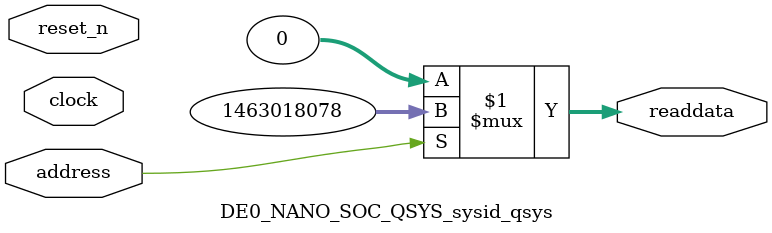
<source format=v>

`timescale 1ns / 1ps
// synthesis translate_on

// turn off superfluous verilog processor warnings 
// altera message_level Level1 
// altera message_off 10034 10035 10036 10037 10230 10240 10030 

module DE0_NANO_SOC_QSYS_sysid_qsys (
               // inputs:
                address,
                clock,
                reset_n,

               // outputs:
                readdata
             )
;

  output  [ 31: 0] readdata;
  input            address;
  input            clock;
  input            reset_n;

  wire    [ 31: 0] readdata;
  //control_slave, which is an e_avalon_slave
  assign readdata = address ? 1463018078 : 0;

endmodule




</source>
